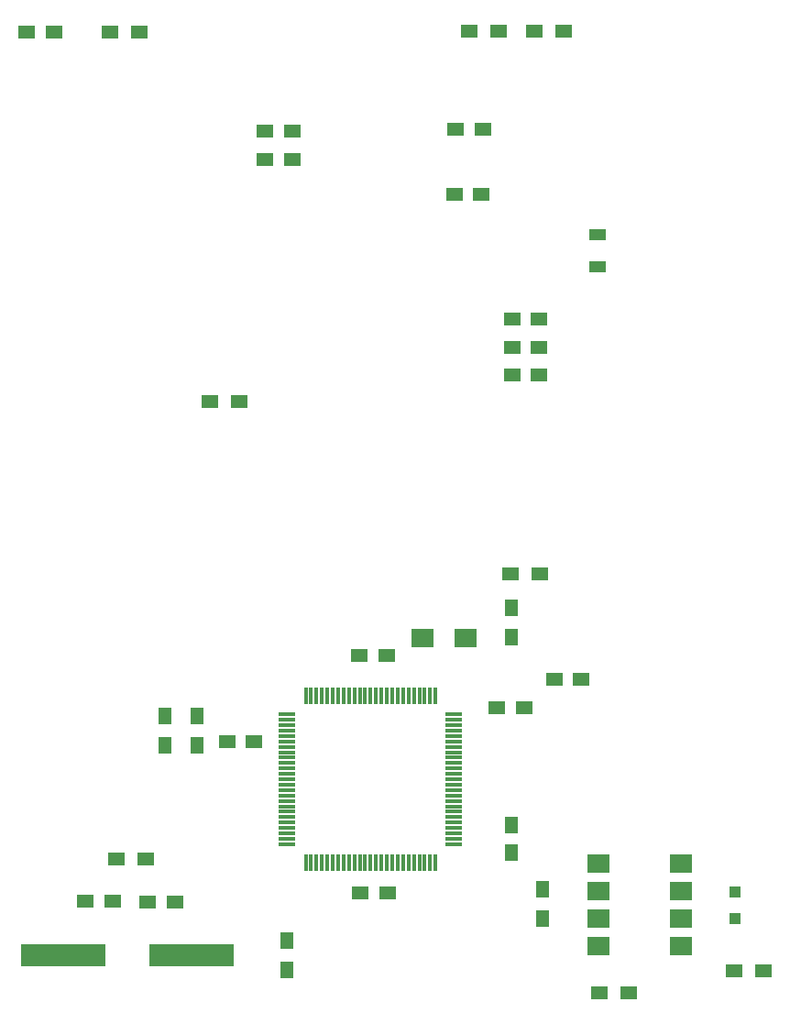
<source format=gbr>
G04 #@! TF.FileFunction,Paste,Top*
%FSLAX46Y46*%
G04 Gerber Fmt 4.6, Leading zero omitted, Abs format (unit mm)*
G04 Created by KiCad (PCBNEW 4.0.7) date 12/21/18 13:01:04*
%MOMM*%
%LPD*%
G01*
G04 APERTURE LIST*
%ADD10C,0.100000*%
%ADD11R,1.600000X1.000000*%
%ADD12R,1.500000X1.250000*%
%ADD13R,1.500000X1.300000*%
%ADD14R,1.250000X1.500000*%
%ADD15R,1.000000X1.000000*%
%ADD16R,2.000000X1.700000*%
%ADD17R,1.300000X1.500000*%
%ADD18R,2.000000X1.780000*%
%ADD19R,0.300000X1.500000*%
%ADD20R,1.500000X0.300000*%
%ADD21R,7.875000X2.000000*%
G04 APERTURE END LIST*
D10*
D11*
X85500000Y-46200000D03*
X85500000Y-43200000D03*
D12*
X74750000Y-39500000D03*
X72250000Y-39500000D03*
X74850000Y-33500000D03*
X72350000Y-33500000D03*
X54750000Y-36300000D03*
X57250000Y-36300000D03*
X54750000Y-33600000D03*
X57250000Y-33600000D03*
X80050000Y-51000000D03*
X77550000Y-51000000D03*
X63450000Y-82100000D03*
X65950000Y-82100000D03*
X51250000Y-90000000D03*
X53750000Y-90000000D03*
D13*
X43100000Y-24500000D03*
X40400000Y-24500000D03*
D12*
X77550000Y-53600000D03*
X80050000Y-53600000D03*
X77550000Y-56200000D03*
X80050000Y-56200000D03*
D14*
X77500000Y-100250000D03*
X77500000Y-97750000D03*
D12*
X66050000Y-104000000D03*
X63550000Y-104000000D03*
X78650000Y-86900000D03*
X76150000Y-86900000D03*
X38150000Y-104800000D03*
X40650000Y-104800000D03*
X46400000Y-104850000D03*
X43900000Y-104850000D03*
X35250000Y-24500000D03*
X32750000Y-24500000D03*
X81450000Y-84300000D03*
X83950000Y-84300000D03*
D13*
X80150000Y-74500000D03*
X77450000Y-74500000D03*
D15*
X98125000Y-106375000D03*
X98125000Y-103875000D03*
D13*
X82350000Y-24400000D03*
X79650000Y-24400000D03*
D16*
X73300000Y-80500000D03*
X69300000Y-80500000D03*
D13*
X98050000Y-111200000D03*
X100750000Y-111200000D03*
D17*
X77500000Y-80350000D03*
X77500000Y-77650000D03*
X80400000Y-103650000D03*
X80400000Y-106350000D03*
D13*
X85650000Y-113200000D03*
X88350000Y-113200000D03*
X43750000Y-100900000D03*
X41050000Y-100900000D03*
D17*
X56750000Y-108400000D03*
X56750000Y-111100000D03*
D13*
X52350000Y-58600000D03*
X49650000Y-58600000D03*
D17*
X45500000Y-87650000D03*
X45500000Y-90350000D03*
X48500000Y-87650000D03*
X48500000Y-90350000D03*
D13*
X73650000Y-24400000D03*
X76350000Y-24400000D03*
D18*
X93185000Y-108935000D03*
X85565000Y-101315000D03*
X93185000Y-106395000D03*
X85565000Y-103855000D03*
X93185000Y-103855000D03*
X85565000Y-106395000D03*
X93185000Y-101315000D03*
X85565000Y-108935000D03*
D19*
X70500000Y-85800000D03*
X70000000Y-85800000D03*
X69500000Y-85800000D03*
X69000000Y-85800000D03*
X68500000Y-85800000D03*
X68000000Y-85800000D03*
X67500000Y-85800000D03*
X67000000Y-85800000D03*
X66500000Y-85800000D03*
X66000000Y-85800000D03*
X65500000Y-85800000D03*
X65000000Y-85800000D03*
X64500000Y-85800000D03*
X64000000Y-85800000D03*
X63500000Y-85800000D03*
X63000000Y-85800000D03*
X62500000Y-85800000D03*
X62000000Y-85800000D03*
X61500000Y-85800000D03*
X61000000Y-85800000D03*
X60500000Y-85800000D03*
X60000000Y-85800000D03*
X59500000Y-85800000D03*
X59000000Y-85800000D03*
X58500000Y-85800000D03*
D20*
X56800000Y-87500000D03*
X56800000Y-88000000D03*
X56800000Y-88500000D03*
X56800000Y-89000000D03*
X56800000Y-89500000D03*
X56800000Y-90000000D03*
X56800000Y-90500000D03*
X56800000Y-91000000D03*
X56800000Y-91500000D03*
X56800000Y-92000000D03*
X56800000Y-92500000D03*
X56800000Y-93000000D03*
X56800000Y-93500000D03*
X56800000Y-94000000D03*
X56800000Y-94500000D03*
X56800000Y-95000000D03*
X56800000Y-95500000D03*
X56800000Y-96000000D03*
X56800000Y-96500000D03*
X56800000Y-97000000D03*
X56800000Y-97500000D03*
X56800000Y-98000000D03*
X56800000Y-98500000D03*
X56800000Y-99000000D03*
X56800000Y-99500000D03*
D19*
X58500000Y-101200000D03*
X59000000Y-101200000D03*
X59500000Y-101200000D03*
X60000000Y-101200000D03*
X60500000Y-101200000D03*
X61000000Y-101200000D03*
X61500000Y-101200000D03*
X62000000Y-101200000D03*
X62500000Y-101200000D03*
X63000000Y-101200000D03*
X63500000Y-101200000D03*
X64000000Y-101200000D03*
X64500000Y-101200000D03*
X65000000Y-101200000D03*
X65500000Y-101200000D03*
X66000000Y-101200000D03*
X66500000Y-101200000D03*
X67000000Y-101200000D03*
X67500000Y-101200000D03*
X68000000Y-101200000D03*
X68500000Y-101200000D03*
X69000000Y-101200000D03*
X69500000Y-101200000D03*
X70000000Y-101200000D03*
X70500000Y-101200000D03*
D20*
X72200000Y-99500000D03*
X72200000Y-99000000D03*
X72200000Y-98500000D03*
X72200000Y-98000000D03*
X72200000Y-97500000D03*
X72200000Y-97000000D03*
X72200000Y-96500000D03*
X72200000Y-96000000D03*
X72200000Y-95500000D03*
X72200000Y-95000000D03*
X72200000Y-94500000D03*
X72200000Y-94000000D03*
X72200000Y-93500000D03*
X72200000Y-93000000D03*
X72200000Y-92500000D03*
X72200000Y-92000000D03*
X72200000Y-91500000D03*
X72200000Y-91000000D03*
X72200000Y-90500000D03*
X72200000Y-90000000D03*
X72200000Y-89500000D03*
X72200000Y-89000000D03*
X72200000Y-88500000D03*
X72200000Y-88000000D03*
X72200000Y-87500000D03*
D21*
X47937500Y-109750000D03*
X36062500Y-109750000D03*
M02*

</source>
